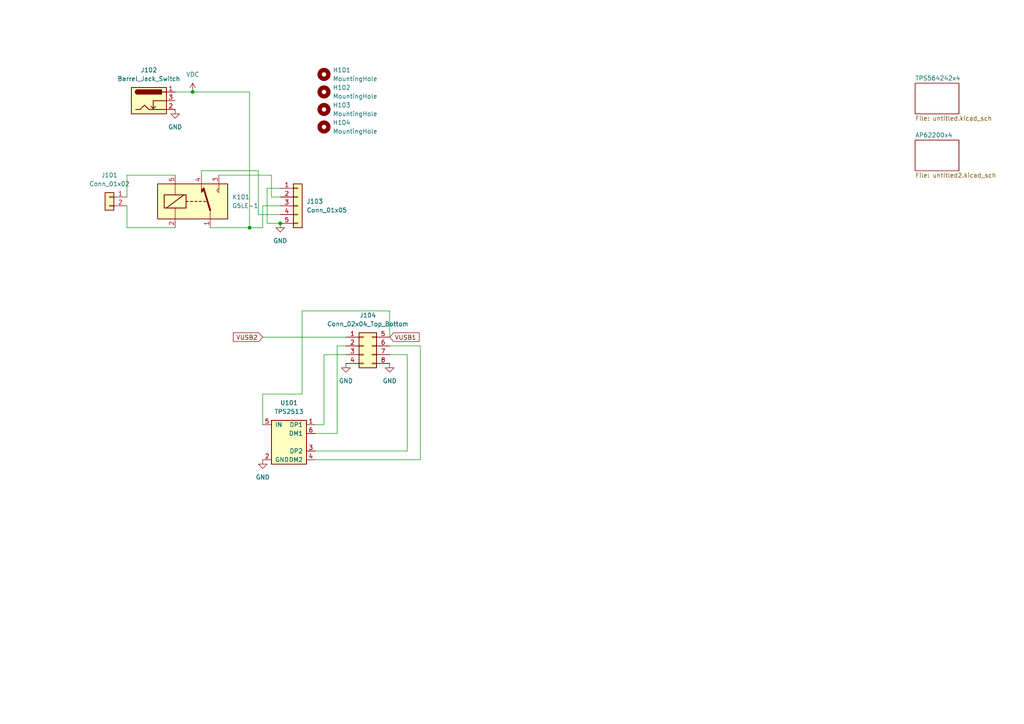
<source format=kicad_sch>
(kicad_sch (version 20211123) (generator eeschema)
  (paper "A4")
  (lib_symbols
    (symbol "Connector:Barrel_Jack_Switch" (pin_names hide)
      (property "Reference" "J" (at 0 5.334 0))
      (property "Value" "Barrel_Jack_Switch" (at 0 -5.08 0))
      (symbol "Barrel_Jack_Switch_0_1"
        (rectangle (start -5.08 3.81) (end 5.08 -3.81) (stroke (width 0.254)) (fill (type background)))
        (arc (start -3.302 3.175) (mid -3.937 2.54) (end -3.302 1.905) (stroke (width 0.254)))
        (arc (start -3.302 3.175) (mid -3.937 2.54) (end -3.302 1.905) (stroke (width 0.254)) (fill (type outline)))
        (polyline (pts (xy 1.27 -2.286) (xy 1.905 -1.651)) (stroke (width 0.254)))
        (polyline (pts (xy 5.08 2.54) (xy 3.81 2.54)) (stroke (width 0.254)))
        (polyline (pts (xy 5.08 0) (xy 1.27 0) (xy 1.27 -2.286) (xy 0.635 -1.651)) (stroke (width 0.254)))
        (polyline (pts (xy -3.81 -2.54) (xy -2.54 -2.54) (xy -1.27 -1.27) (xy 0 -2.54) (xy 2.54 -2.54) (xy 5.08 -2.54)) (stroke (width 0.254)))
        (rectangle (start 3.683 3.175) (end -3.302 1.905) (stroke (width 0.254)) (fill (type outline)))
      )
      (symbol "Barrel_Jack_Switch_1_1"
        (pin passive line (at 7.62 2.54 180) (length 2.54) (name "~") (number "1"))
        (pin passive line (at 7.62 -2.54 180) (length 2.54) (name "~") (number "2"))
        (pin passive line (at 7.62 0 180) (length 2.54) (name "~") (number "3"))
      )
    )
    (symbol "Connector_Generic:Conn_01x02" (pin_names (offset 1.016) hide)
      (property "Reference" "J" (at 0 2.54 0))
      (property "Value" "Conn_01x02" (at 0 -5.08 0))
      (symbol "Conn_01x02_1_1"
        (rectangle (start -1.27 -2.413) (end 0 -2.667) (stroke (width 0.1524)))
        (rectangle (start -1.27 0.127) (end 0 -0.127) (stroke (width 0.1524)))
        (rectangle (start -1.27 1.27) (end 1.27 -3.81) (stroke (width 0.254)) (fill (type background)))
        (pin passive line (at -5.08 0 0) (length 3.81) (name "Pin_1") (number "1"))
        (pin passive line (at -5.08 -2.54 0) (length 3.81) (name "Pin_2") (number "2"))
      )
    )
    (symbol "Connector_Generic:Conn_01x05" (pin_names (offset 1.016) hide)
      (property "Reference" "J" (at 0 7.62 0))
      (property "Value" "Conn_01x05" (at 0 -7.62 0))
      (symbol "Conn_01x05_1_1"
        (rectangle (start -1.27 -4.953) (end 0 -5.207) (stroke (width 0.1524)))
        (rectangle (start -1.27 -2.413) (end 0 -2.667) (stroke (width 0.1524)))
        (rectangle (start -1.27 0.127) (end 0 -0.127) (stroke (width 0.1524)))
        (rectangle (start -1.27 2.667) (end 0 2.413) (stroke (width 0.1524)))
        (rectangle (start -1.27 5.207) (end 0 4.953) (stroke (width 0.1524)))
        (rectangle (start -1.27 6.35) (end 1.27 -6.35) (stroke (width 0.254)) (fill (type background)))
        (pin passive line (at -5.08 5.08 0) (length 3.81) (name "Pin_1") (number "1"))
        (pin passive line (at -5.08 2.54 0) (length 3.81) (name "Pin_2") (number "2"))
        (pin passive line (at -5.08 0 0) (length 3.81) (name "Pin_3") (number "3"))
        (pin passive line (at -5.08 -2.54 0) (length 3.81) (name "Pin_4") (number "4"))
        (pin passive line (at -5.08 -5.08 0) (length 3.81) (name "Pin_5") (number "5"))
      )
    )
    (symbol "Connector_Generic:Conn_02x04_Top_Bottom" (pin_names (offset 1.016) hide)
      (property "Reference" "J" (at 1.27 5.08 0))
      (property "Value" "Conn_02x04_Top_Bottom" (at 1.27 -7.62 0))
      (symbol "Conn_02x04_Top_Bottom_1_1"
        (rectangle (start -1.27 -4.953) (end 0 -5.207) (stroke (width 0.1524)))
        (rectangle (start -1.27 -2.413) (end 0 -2.667) (stroke (width 0.1524)))
        (rectangle (start -1.27 0.127) (end 0 -0.127) (stroke (width 0.1524)))
        (rectangle (start -1.27 2.667) (end 0 2.413) (stroke (width 0.1524)))
        (rectangle (start -1.27 3.81) (end 3.81 -6.35) (stroke (width 0.254)) (fill (type background)))
        (rectangle (start 3.81 -4.953) (end 2.54 -5.207) (stroke (width 0.1524)))
        (rectangle (start 3.81 -2.413) (end 2.54 -2.667) (stroke (width 0.1524)))
        (rectangle (start 3.81 0.127) (end 2.54 -0.127) (stroke (width 0.1524)))
        (rectangle (start 3.81 2.667) (end 2.54 2.413) (stroke (width 0.1524)))
        (pin passive line (at -5.08 2.54 0) (length 3.81) (name "Pin_1") (number "1"))
        (pin passive line (at -5.08 0 0) (length 3.81) (name "Pin_2") (number "2"))
        (pin passive line (at -5.08 -2.54 0) (length 3.81) (name "Pin_3") (number "3"))
        (pin passive line (at -5.08 -5.08 0) (length 3.81) (name "Pin_4") (number "4"))
        (pin passive line (at 7.62 2.54 180) (length 3.81) (name "Pin_5") (number "5"))
        (pin passive line (at 7.62 0 180) (length 3.81) (name "Pin_6") (number "6"))
        (pin passive line (at 7.62 -2.54 180) (length 3.81) (name "Pin_7") (number "7"))
        (pin passive line (at 7.62 -5.08 180) (length 3.81) (name "Pin_8") (number "8"))
      )
    )
    (symbol "Interface_USB:TPS2513" (pin_names (offset 1.016))
      (property "Reference" "U" (at -3.81 -7.62 0))
      (property "Value" "TPS2513" (at 0 7.62 0))
      (symbol "TPS2513_0_1"
        (rectangle (start -5.08 6.35) (end 5.08 -6.35) (stroke (width 0.254)) (fill (type background)))
      )
      (symbol "TPS2513_1_1"
        (pin input line (at 7.62 5.08 180) (length 2.54) (name "DP1") (number "1"))
        (pin power_in line (at -7.62 -5.08 0) (length 2.54) (name "GND") (number "2"))
        (pin input line (at 7.62 -2.54 180) (length 2.54) (name "DP2") (number "3"))
        (pin input line (at 7.62 -5.08 180) (length 2.54) (name "DM2") (number "4"))
        (pin power_in line (at -7.62 5.08 0) (length 2.54) (name "IN") (number "5"))
        (pin input line (at 7.62 2.54 180) (length 2.54) (name "DM1") (number "6"))
      )
    )
    (symbol "Mechanical:MountingHole" (pin_names (offset 1.016))
      (property "Reference" "H" (at 0 5.08 0))
      (property "Value" "MountingHole" (at 0 3.175 0))
      (symbol "MountingHole_0_1"
        (circle (center 0 0) (radius 1.27) (stroke (width 1.27)))
      )
    )
    (symbol "Relay:G5LE-1"
      (property "Reference" "K" (at 11.43 3.81 0))
      (property "Value" "G5LE-1" (at 11.43 1.27 0))
      (symbol "G5LE-1_0_0"
        (polyline (pts (xy 7.62 5.08) (xy 7.62 2.54) (xy 6.985 3.175) (xy 7.62 3.81)))
      )
      (symbol "G5LE-1_0_1"
        (rectangle (start -10.16 5.08) (end 10.16 -5.08) (stroke (width 0.254)) (fill (type background)))
        (rectangle (start -8.255 1.905) (end -1.905 -1.905) (stroke (width 0.254)))
        (polyline (pts (xy -7.62 -1.905) (xy -2.54 1.905)) (stroke (width 0.254)))
        (polyline (pts (xy -5.08 -5.08) (xy -5.08 -1.905)))
        (polyline (pts (xy -5.08 5.08) (xy -5.08 1.905)))
        (polyline (pts (xy -1.905 0) (xy -1.27 0)) (stroke (width 0.254)))
        (polyline (pts (xy -0.635 0) (xy 0 0)) (stroke (width 0.254)))
        (polyline (pts (xy 0.635 0) (xy 1.27 0)) (stroke (width 0.254)))
        (polyline (pts (xy 1.905 0) (xy 2.54 0)) (stroke (width 0.254)))
        (polyline (pts (xy 3.175 0) (xy 3.81 0)) (stroke (width 0.254)))
        (polyline (pts (xy 5.08 -2.54) (xy 3.175 3.81)) (stroke (width 0.508)))
        (polyline (pts (xy 5.08 -2.54) (xy 5.08 -5.08)))
        (polyline (pts (xy 2.54 5.08) (xy 2.54 2.54) (xy 3.175 3.175) (xy 2.54 3.81)) (fill (type outline)))
      )
      (symbol "G5LE-1_1_1"
        (pin passive line (at 5.08 -7.62 90) (length 2.54) (name "~") (number "1"))
        (pin passive line (at -5.08 -7.62 90) (length 2.54) (name "~") (number "2"))
        (pin passive line (at 7.62 7.62 270) (length 2.54) (name "~") (number "3"))
        (pin passive line (at 2.54 7.62 270) (length 2.54) (name "~") (number "4"))
        (pin passive line (at -5.08 7.62 270) (length 2.54) (name "~") (number "5"))
      )
    )
    (symbol "power:GND" (power) (pin_names (offset 0))
      (property "Value" "GND" (at 0 -3.81 0))
      (symbol "GND_0_1"
        (polyline (pts (xy 0 0) (xy 0 -1.27) (xy 1.27 -1.27) (xy 0 -2.54) (xy -1.27 -1.27) (xy 0 -1.27)))
      )
      (symbol "GND_1_1"
        (pin power_in line (at 0 0 270) (length 0) hide (name "GND") (number "1"))
      )
    )
    (symbol "power:VDC" (power) (pin_names (offset 0))
      (property "Value" "VDC" (at 0 6.35 0))
      (symbol "VDC_0_1"
        (polyline (pts (xy -0.762 1.27) (xy 0 2.54)))
        (polyline (pts (xy 0 0) (xy 0 2.54)))
        (polyline (pts (xy 0 2.54) (xy 0.762 1.27)))
      )
      (symbol "VDC_1_1"
        (pin power_in line (at 0 0 90) (length 0) hide (name "VDC") (number "1"))
      )
    )
  )
  (junction (at 72.39 66.04))
  (junction (at 81.28 64.77))
  (junction (at 55.88 26.67))
  (wire (pts (xy 72.39 66.04) (xy 60.96 66.04)))
  (wire (pts (xy 113.03 102.87) (xy 118.11 102.87)))
  (wire (pts (xy 74.93 62.23) (xy 81.28 62.23)))
  (wire (pts (xy 81.28 64.77) (xy 77.47 64.77)))
  (wire (pts (xy 36.83 66.04) (xy 50.8 66.04)))
  (wire (pts (xy 78.74 50.8) (xy 63.5 50.8)))
  (wire (pts (xy 93.98 102.87) (xy 100.33 102.87)))
  (wire (pts (xy 55.88 26.67) (xy 50.8 26.67)))
  (wire (pts (xy 121.92 100.33) (xy 113.03 100.33)))
  (wire (pts (xy 113.03 97.79) (xy 113.03 90.17)))
  (wire (pts (xy 97.79 125.73) (xy 91.44 125.73)))
  (wire (pts (xy 87.63 90.17) (xy 87.63 114.3)))
  (wire (pts (xy 118.11 102.87) (xy 118.11 130.81)))
  (wire (pts (xy 58.42 50.8) (xy 58.42 49.53)))
  (wire (pts (xy 76.2 97.79) (xy 100.33 97.79)))
  (wire (pts (xy 93.98 123.19) (xy 93.98 102.87)))
  (wire (pts (xy 36.83 59.69) (xy 36.83 66.04)))
  (wire (pts (xy 76.2 114.3) (xy 76.2 123.19)))
  (wire (pts (xy 118.11 130.81) (xy 91.44 130.81)))
  (wire (pts (xy 76.2 59.69) (xy 76.2 66.04)))
  (wire (pts (xy 121.92 133.35) (xy 121.92 100.33)))
  (wire (pts (xy 36.83 50.8) (xy 36.83 57.15)))
  (wire (pts (xy 81.28 57.15) (xy 78.74 57.15)))
  (wire (pts (xy 72.39 26.67) (xy 72.39 66.04)))
  (wire (pts (xy 74.93 49.53) (xy 74.93 62.23)))
  (wire (pts (xy 113.03 90.17) (xy 87.63 90.17)))
  (wire (pts (xy 91.44 133.35) (xy 121.92 133.35)))
  (wire (pts (xy 81.28 59.69) (xy 76.2 59.69)))
  (wire (pts (xy 78.74 57.15) (xy 78.74 50.8)))
  (wire (pts (xy 50.8 50.8) (xy 36.83 50.8)))
  (wire (pts (xy 76.2 66.04) (xy 72.39 66.04)))
  (wire (pts (xy 97.79 100.33) (xy 97.79 125.73)))
  (wire (pts (xy 58.42 49.53) (xy 74.93 49.53)))
  (wire (pts (xy 77.47 64.77) (xy 77.47 54.61)))
  (wire (pts (xy 100.33 100.33) (xy 97.79 100.33)))
  (wire (pts (xy 77.47 54.61) (xy 81.28 54.61)))
  (wire (pts (xy 91.44 123.19) (xy 93.98 123.19)))
  (wire (pts (xy 55.88 26.67) (xy 72.39 26.67)))
  (wire (pts (xy 87.63 114.3) (xy 76.2 114.3)))
  (global_label "VUSB1" (shape input) (at 113.03 97.79 0) (property "Intersheet References" "${INTERSHEET_REFS}" (effects hide)))
  (global_label "VUSB2" (shape input) (at 76.2 97.79 180) (property "Intersheet References" "${INTERSHEET_REFS}" (effects hide)))
  (symbol (lib_id "Interface_USB:TPS2513") (at 83.82 128.27 0) (unit 1)
    (property "Reference" "U101" (at 83.82 116.84 0))
    (property "Value" "TPS2513" (at 83.82 119.38 0))
    (property "Footprint" "Package_TO_SOT_SMD:SOT-23-6" (effects hide))
    (property "Datasheet" "http://www.ti.com/lit/ds/symlink/tps2513.pdf" (effects hide))
  )
  (symbol (lib_id "Connector:Barrel_Jack_Switch") (at 43.18 29.21 0) (unit 1)
    (property "Reference" "J102" (at 43.18 20.32 0))
    (property "Value" "Barrel_Jack_Switch" (at 43.18 22.86 0))
    (property "Footprint" "Connector_BarrelJack:BarrelJack_Horizontal" (effects hide))
  )
  (symbol (lib_id "power:GND") (at 81.28 64.77 0) (unit 1)
    (property "Reference" "#PWR0101" (effects hide))
    (property "Value" "GND" (at 81.28 69.85 0))
  )
  (symbol (lib_id "power:GND") (at 76.2 133.35 0) (unit 1)
    (property "Reference" "#PWR0176" (effects hide))
    (property "Value" "GND" (at 76.2 138.43 0))
  )
  (symbol (lib_id "Connector_Generic:Conn_02x04_Top_Bottom") (at 105.41 100.33 0) (unit 1)
    (property "Reference" "J104" (at 106.68 91.44 0))
    (property "Value" "Conn_02x04_Top_Bottom" (at 106.68 93.98 0))
    (property "Footprint" "Connector_USB:USB_A_Wuerth_61400826021_Horizontal_Stacked" (effects hide))
  )
  (symbol (lib_id "Connector_Generic:Conn_01x05") (at 86.36 59.69 0) (unit 1)
    (property "Reference" "J103" (at 88.9 58.4199 0) (effects (justify left)))
    (property "Value" "Conn_01x05" (at 88.9 60.9599 0) (effects (justify left)))
    (property "Footprint" "TerminalBlock:TerminalBlock_bornier-5_P5.08mm" (effects hide))
  )
  (symbol (lib_id "Connector_Generic:Conn_01x02") (at 31.75 57.15 0) (mirror y) (unit 1)
    (property "Reference" "J101" (at 31.75 50.8 0))
    (property "Value" "Conn_01x02" (at 31.75 53.34 0))
    (property "Footprint" "Connector_PinHeader_2.54mm:PinHeader_1x02_P2.54mm_Vertical" (effects hide))
  )
  (symbol (lib_id "Mechanical:MountingHole") (at 93.98 21.59 0) (unit 1)
    (property "Reference" "H101" (at 96.52 20.3199 0) (effects (justify left)))
    (property "Value" "MountingHole" (at 96.52 22.8599 0) (effects (justify left)))
    (property "Footprint" "MountingHole:MountingHole_3.2mm_M3" (effects hide))
  )
  (symbol (lib_id "power:GND") (at 100.33 105.41 0) (unit 1)
    (property "Reference" "#PWR0177" (effects hide))
    (property "Value" "GND" (at 100.33 110.49 0))
  )
  (symbol (lib_id "power:GND") (at 50.8 31.75 0) (unit 1)
    (property "Reference" "#PWR0102" (effects hide))
    (property "Value" "GND" (at 50.8 36.83 0))
  )
  (symbol (lib_id "Mechanical:MountingHole") (at 93.98 31.75 0) (unit 1)
    (property "Reference" "H103" (at 96.52 30.4799 0) (effects (justify left)))
    (property "Value" "MountingHole" (at 96.52 33.0199 0) (effects (justify left)))
    (property "Footprint" "MountingHole:MountingHole_3.2mm_M3" (effects hide))
  )
  (symbol (lib_id "Mechanical:MountingHole") (at 93.98 36.83 0) (unit 1)
    (property "Reference" "H104" (at 96.52 35.5599 0) (effects (justify left)))
    (property "Value" "MountingHole" (at 96.52 38.0999 0) (effects (justify left)))
    (property "Footprint" "MountingHole:MountingHole_3.2mm_M3" (effects hide))
  )
  (symbol (lib_id "Relay:G5LE-1") (at 55.88 58.42 0) (unit 1)
    (property "Reference" "K101" (at 67.31 57.1499 0) (effects (justify left)))
    (property "Value" "G5LE-1" (at 67.31 59.6899 0) (effects (justify left)))
    (property "Footprint" "Relay_THT:Relay_SPDT_Omron-G5LE-1" (effects hide))
    (property "Datasheet" "http://www.omron.com/ecb/products/pdf/en-g5le.pdf" (effects hide))
  )
  (symbol (lib_id "power:GND") (at 113.03 105.41 0) (unit 1)
    (property "Reference" "#PWR0178" (effects hide))
    (property "Value" "GND" (at 113.03 110.49 0))
  )
  (symbol (lib_id "Mechanical:MountingHole") (at 93.98 26.67 0) (unit 1)
    (property "Reference" "H102" (at 96.52 25.3999 0) (effects (justify left)))
    (property "Value" "MountingHole" (at 96.52 27.9399 0) (effects (justify left)))
    (property "Footprint" "MountingHole:MountingHole_3.2mm_M3" (effects hide))
  )
  (symbol (lib_id "power:VDC") (at 55.88 26.67 0) (unit 1)
    (property "Reference" "#PWR0103" (effects hide))
    (property "Value" "VDC" (at 55.88 21.59 0))
  )
  (sheet (at 265.43 40.64) (size 12.7 8.89) (stroke (width 0.1524))
    (property "Sheet name" "AP62200x4" (at 265.43 39.9284 0) (effects (justify left bottom)))
    (property "Sheet file" "untitled2.kicad_sch" (at 265.43 50.1146 0) (effects (justify left top)))
  )
  (sheet (at 265.43 24.13) (size 12.7 8.89) (stroke (width 0.1524))
    (property "Sheet name" "TPS564242x4" (at 265.43 23.4184 0) (effects (justify left bottom)))
    (property "Sheet file" "untitled.kicad_sch" (at 265.43 33.6046 0) (effects (justify left top)))
  )
)
</source>
